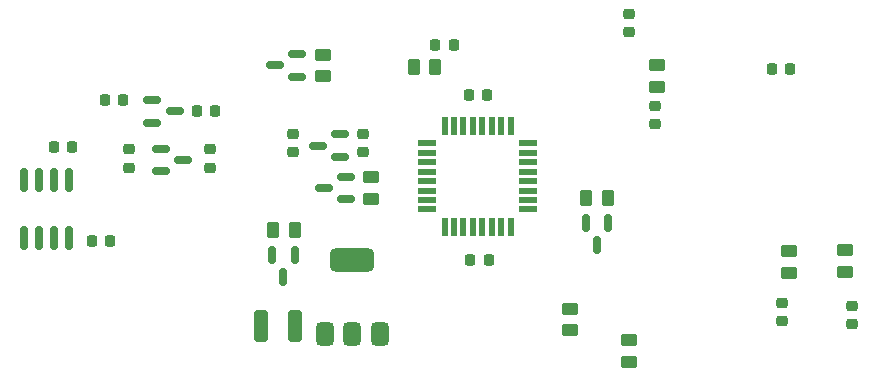
<source format=gbr>
%TF.GenerationSoftware,KiCad,Pcbnew,8.0.6-8.0.6-0~ubuntu24.04.1*%
%TF.CreationDate,2024-10-25T11:14:03+03:00*%
%TF.ProjectId,pss_v2,7073735f-7632-42e6-9b69-6361645f7063,rev?*%
%TF.SameCoordinates,Original*%
%TF.FileFunction,Paste,Bot*%
%TF.FilePolarity,Positive*%
%FSLAX46Y46*%
G04 Gerber Fmt 4.6, Leading zero omitted, Abs format (unit mm)*
G04 Created by KiCad (PCBNEW 8.0.6-8.0.6-0~ubuntu24.04.1) date 2024-10-25 11:14:03*
%MOMM*%
%LPD*%
G01*
G04 APERTURE LIST*
G04 Aperture macros list*
%AMRoundRect*
0 Rectangle with rounded corners*
0 $1 Rounding radius*
0 $2 $3 $4 $5 $6 $7 $8 $9 X,Y pos of 4 corners*
0 Add a 4 corners polygon primitive as box body*
4,1,4,$2,$3,$4,$5,$6,$7,$8,$9,$2,$3,0*
0 Add four circle primitives for the rounded corners*
1,1,$1+$1,$2,$3*
1,1,$1+$1,$4,$5*
1,1,$1+$1,$6,$7*
1,1,$1+$1,$8,$9*
0 Add four rect primitives between the rounded corners*
20,1,$1+$1,$2,$3,$4,$5,0*
20,1,$1+$1,$4,$5,$6,$7,0*
20,1,$1+$1,$6,$7,$8,$9,0*
20,1,$1+$1,$8,$9,$2,$3,0*%
G04 Aperture macros list end*
%ADD10RoundRect,0.225000X-0.250000X0.225000X-0.250000X-0.225000X0.250000X-0.225000X0.250000X0.225000X0*%
%ADD11RoundRect,0.225000X0.225000X0.250000X-0.225000X0.250000X-0.225000X-0.250000X0.225000X-0.250000X0*%
%ADD12RoundRect,0.150000X-0.150000X0.587500X-0.150000X-0.587500X0.150000X-0.587500X0.150000X0.587500X0*%
%ADD13RoundRect,0.225000X-0.225000X-0.250000X0.225000X-0.250000X0.225000X0.250000X-0.225000X0.250000X0*%
%ADD14RoundRect,0.150000X-0.587500X-0.150000X0.587500X-0.150000X0.587500X0.150000X-0.587500X0.150000X0*%
%ADD15RoundRect,0.150000X-0.150000X0.825000X-0.150000X-0.825000X0.150000X-0.825000X0.150000X0.825000X0*%
%ADD16RoundRect,0.250000X-0.325000X-1.100000X0.325000X-1.100000X0.325000X1.100000X-0.325000X1.100000X0*%
%ADD17RoundRect,0.250000X-0.450000X0.262500X-0.450000X-0.262500X0.450000X-0.262500X0.450000X0.262500X0*%
%ADD18RoundRect,0.250000X0.262500X0.450000X-0.262500X0.450000X-0.262500X-0.450000X0.262500X-0.450000X0*%
%ADD19RoundRect,0.250000X0.450000X-0.262500X0.450000X0.262500X-0.450000X0.262500X-0.450000X-0.262500X0*%
%ADD20RoundRect,0.250000X-0.262500X-0.450000X0.262500X-0.450000X0.262500X0.450000X-0.262500X0.450000X0*%
%ADD21RoundRect,0.150000X0.587500X0.150000X-0.587500X0.150000X-0.587500X-0.150000X0.587500X-0.150000X0*%
%ADD22RoundRect,0.375000X0.375000X-0.625000X0.375000X0.625000X-0.375000X0.625000X-0.375000X-0.625000X0*%
%ADD23RoundRect,0.500000X1.400000X-0.500000X1.400000X0.500000X-1.400000X0.500000X-1.400000X-0.500000X0*%
%ADD24RoundRect,0.225000X0.250000X-0.225000X0.250000X0.225000X-0.250000X0.225000X-0.250000X-0.225000X0*%
%ADD25R,0.550000X1.600000*%
%ADD26R,1.600000X0.550000*%
G04 APERTURE END LIST*
D10*
%TO.C,C15*%
X100700000Y-23125000D03*
X100700000Y-24675000D03*
%TD*%
D11*
%TO.C,C19*%
X114375000Y-27800000D03*
X112825000Y-27800000D03*
%TD*%
D12*
%TO.C,Q13*%
X70500000Y-43562500D03*
X72400000Y-43562500D03*
X71450000Y-45437500D03*
%TD*%
D10*
%TO.C,C22*%
X113700000Y-47625000D03*
X113700000Y-49175000D03*
%TD*%
D13*
%TO.C,C8*%
X55225000Y-42400000D03*
X56775000Y-42400000D03*
%TD*%
D14*
%TO.C,U6*%
X60362500Y-32350000D03*
X60362500Y-30450000D03*
X62237500Y-31400000D03*
%TD*%
D15*
%TO.C,U3*%
X49530000Y-37200000D03*
X50800000Y-37200000D03*
X52070000Y-37200000D03*
X53340000Y-37200000D03*
X53340000Y-42150000D03*
X52070000Y-42150000D03*
X50800000Y-42150000D03*
X49530000Y-42150000D03*
%TD*%
D16*
%TO.C,C17*%
X69525000Y-49600000D03*
X72475000Y-49600000D03*
%TD*%
D17*
%TO.C,R13*%
X78862500Y-36987500D03*
X78862500Y-38812500D03*
%TD*%
D18*
%TO.C,R18*%
X84312500Y-27600000D03*
X82487500Y-27600000D03*
%TD*%
D14*
%TO.C,U5*%
X61062500Y-36450000D03*
X61062500Y-34550000D03*
X62937500Y-35500000D03*
%TD*%
D13*
%TO.C,C1*%
X87175000Y-30000000D03*
X88725000Y-30000000D03*
%TD*%
%TO.C,C7*%
X52025000Y-34400000D03*
X53575000Y-34400000D03*
%TD*%
D19*
%TO.C,R16*%
X114225000Y-45062500D03*
X114225000Y-43237500D03*
%TD*%
%TO.C,R7*%
X103100000Y-29312500D03*
X103100000Y-27487500D03*
%TD*%
D10*
%TO.C,C3*%
X102900000Y-30925000D03*
X102900000Y-32475000D03*
%TD*%
D20*
%TO.C,R12*%
X97087500Y-38700000D03*
X98912500Y-38700000D03*
%TD*%
D10*
%TO.C,C9*%
X65200000Y-34625000D03*
X65200000Y-36175000D03*
%TD*%
D21*
%TO.C,U7*%
X76237500Y-33350000D03*
X76237500Y-35250000D03*
X74362500Y-34300000D03*
%TD*%
D17*
%TO.C,R10*%
X95700000Y-48087500D03*
X95700000Y-49912500D03*
%TD*%
D13*
%TO.C,C10*%
X64125000Y-31400000D03*
X65675000Y-31400000D03*
%TD*%
D21*
%TO.C,Q14*%
X72637500Y-26550000D03*
X72637500Y-28450000D03*
X70762500Y-27500000D03*
%TD*%
D22*
%TO.C,U8*%
X79600000Y-50250000D03*
X77300000Y-50250000D03*
D23*
X77300000Y-43950000D03*
D22*
X75000000Y-50250000D03*
%TD*%
D13*
%TO.C,C2*%
X87275000Y-43970000D03*
X88825000Y-43970000D03*
%TD*%
D19*
%TO.C,R17*%
X119025000Y-44962500D03*
X119025000Y-43137500D03*
%TD*%
D11*
%TO.C,C14*%
X57875000Y-30400000D03*
X56325000Y-30400000D03*
%TD*%
D24*
%TO.C,C16*%
X72300000Y-34875000D03*
X72300000Y-33325000D03*
%TD*%
D25*
%TO.C,U1*%
X90700000Y-41150000D03*
X89900000Y-41150000D03*
X89100000Y-41150000D03*
X88300000Y-41150000D03*
X87500000Y-41150000D03*
X86700000Y-41150000D03*
X85900000Y-41150000D03*
X85100000Y-41150000D03*
D26*
X83650000Y-39700000D03*
X83650000Y-38900000D03*
X83650000Y-38100000D03*
X83650000Y-37300000D03*
X83650000Y-36500000D03*
X83650000Y-35700000D03*
X83650000Y-34900000D03*
X83650000Y-34100000D03*
D25*
X85100000Y-32650000D03*
X85900000Y-32650000D03*
X86700000Y-32650000D03*
X87500000Y-32650000D03*
X88300000Y-32650000D03*
X89100000Y-32650000D03*
X89900000Y-32650000D03*
X90700000Y-32650000D03*
D26*
X92150000Y-34100000D03*
X92150000Y-34900000D03*
X92150000Y-35700000D03*
X92150000Y-36500000D03*
X92150000Y-37300000D03*
X92150000Y-38100000D03*
X92150000Y-38900000D03*
X92150000Y-39700000D03*
%TD*%
D21*
%TO.C,Q12*%
X76737500Y-36950000D03*
X76737500Y-38850000D03*
X74862500Y-37900000D03*
%TD*%
D12*
%TO.C,Q11*%
X97050000Y-40862500D03*
X98950000Y-40862500D03*
X98000000Y-42737500D03*
%TD*%
D10*
%TO.C,C13*%
X58400000Y-34625000D03*
X58400000Y-36175000D03*
%TD*%
D18*
%TO.C,R14*%
X72412500Y-41400000D03*
X70587500Y-41400000D03*
%TD*%
D24*
%TO.C,C18*%
X78200000Y-34875000D03*
X78200000Y-33325000D03*
%TD*%
D17*
%TO.C,R11*%
X100700000Y-50787500D03*
X100700000Y-52612500D03*
%TD*%
D10*
%TO.C,C23*%
X119600000Y-47875000D03*
X119600000Y-49425000D03*
%TD*%
D13*
%TO.C,C21*%
X84325000Y-25813604D03*
X85875000Y-25813604D03*
%TD*%
D17*
%TO.C,R19*%
X74800000Y-26587500D03*
X74800000Y-28412500D03*
%TD*%
M02*

</source>
